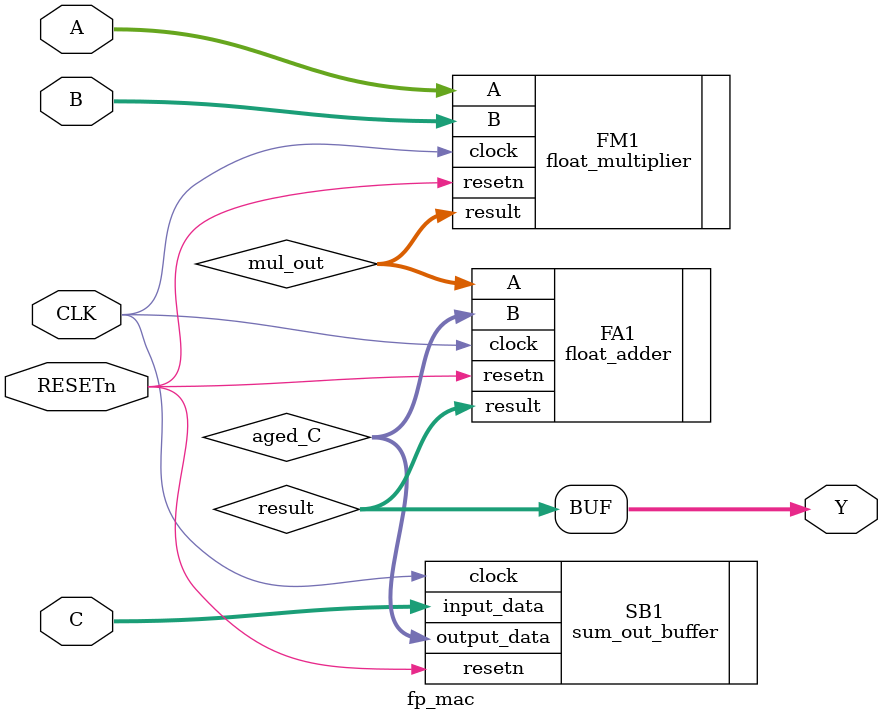
<source format=v>
module fp_mac(CLK, RESETn, A, B, C, Y);
	input CLK, RESETn;
	
	input [15:0] A, B;	//new data
	input [31:0] C;		//data from previous MAC
	
	output [31:0] Y;
	
	wire [31:0] mul_out;
	wire [31:0] aged_C;
	wire [31:0] result;
	
	float_multiplier FM1(.clock(CLK), .resetn(RESETn), .A(A), .B(B), .result(mul_out));
	
	sum_out_buffer SB1(.clock(CLK), .resetn(RESETn), .input_data(C), .output_data(aged_C));
	
	float_adder FA1(.clock(CLK), .resetn(RESETn), .A(mul_out), .B(aged_C), .result(result));

	assign Y = result;

	//text_write TW1(.clock(clock), .resetn(resetn), .in_result(result));

endmodule

</source>
